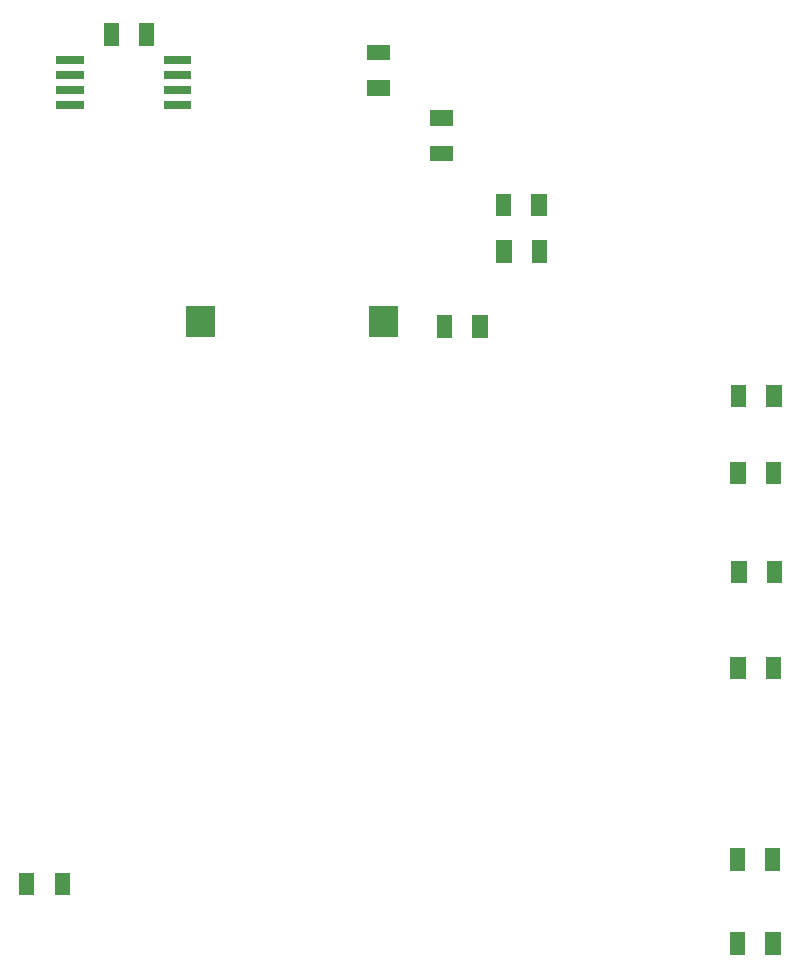
<source format=gbr>
G04 start of page 9 for group -4015 idx -4015 *
G04 Title: (unknown), toppaste *
G04 Creator: pcb 20110918 *
G04 CreationDate: Mon 05 May 2014 07:23:22 AM GMT UTC *
G04 For: john *
G04 Format: Gerber/RS-274X *
G04 PCB-Dimensions: 295500 350000 *
G04 PCB-Coordinate-Origin: lower left *
%MOIN*%
%FSLAX25Y25*%
%LNTOPPASTE*%
%ADD80R,0.0980X0.0980*%
%ADD79R,0.0240X0.0240*%
%ADD78R,0.0512X0.0512*%
G54D78*X183900Y273971D02*Y271609D01*
X172090Y273971D02*Y271609D01*
X129119Y339105D02*X131481D01*
X129119Y327295D02*X131481D01*
G54D79*X24029Y336706D02*X30729D01*
X24029Y331706D02*X30729D01*
X24029Y326706D02*X30729D01*
X24029Y321706D02*X30729D01*
X59829D02*X66529D01*
X59829Y326706D02*X66529D01*
X59829Y331706D02*X66529D01*
X59829Y336706D02*X66529D01*
G54D78*X152300Y249081D02*Y246719D01*
X164110Y249081D02*Y246719D01*
X53000Y346381D02*Y344019D01*
X41190Y346381D02*Y344019D01*
X183700Y289481D02*Y287119D01*
X171890Y289481D02*Y287119D01*
X150084Y305512D02*X152446D01*
X150084Y317322D02*X152446D01*
X250095Y200181D02*Y197819D01*
X261905Y200181D02*Y197819D01*
X250380Y167181D02*Y164819D01*
X262190Y167181D02*Y164819D01*
X250095Y135181D02*Y132819D01*
X261905Y135181D02*Y132819D01*
X13000Y63181D02*Y60819D01*
X24810Y63181D02*Y60819D01*
X250295Y225881D02*Y223519D01*
X262105Y225881D02*Y223519D01*
X249876Y71349D02*Y68987D01*
X261686Y71349D02*Y68987D01*
X249989Y43366D02*Y41004D01*
X261799Y43366D02*Y41004D01*
G54D80*X70900Y249700D02*Y249300D01*
X132000Y249700D02*Y249300D01*
M02*

</source>
